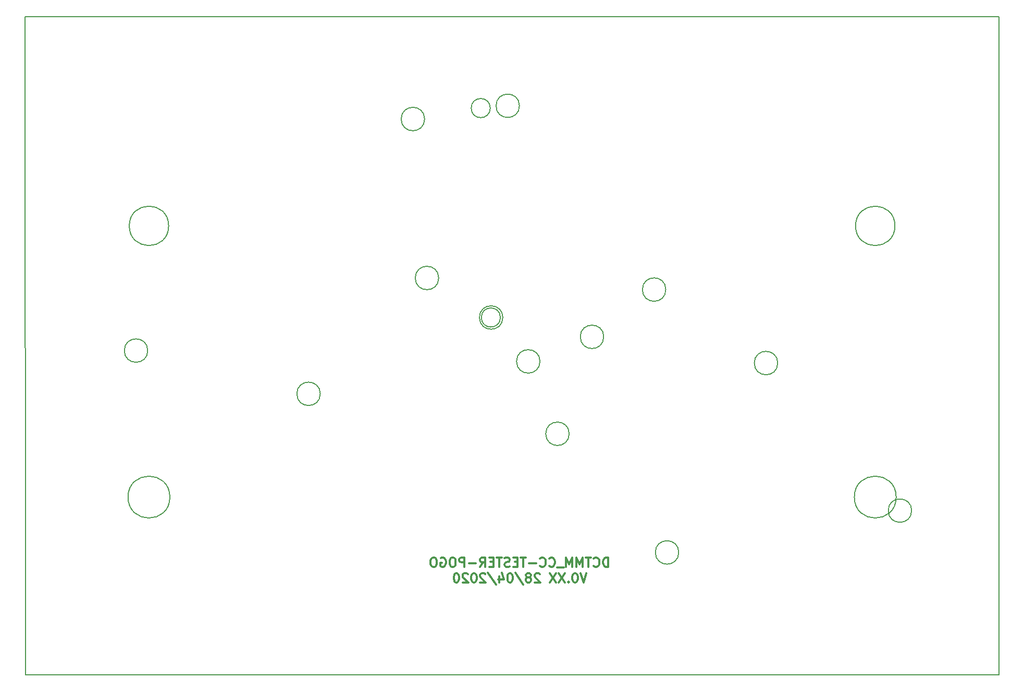
<source format=gbo>
G04 #@! TF.GenerationSoftware,KiCad,Pcbnew,(5.1.5)-3*
G04 #@! TF.CreationDate,2020-04-28T11:43:09+02:00*
G04 #@! TF.ProjectId,carecasetesterpogo,63617265-6361-4736-9574-657374657270,rev?*
G04 #@! TF.SameCoordinates,Original*
G04 #@! TF.FileFunction,Legend,Bot*
G04 #@! TF.FilePolarity,Positive*
%FSLAX46Y46*%
G04 Gerber Fmt 4.6, Leading zero omitted, Abs format (unit mm)*
G04 Created by KiCad (PCBNEW (5.1.5)-3) date 2020-04-28 11:43:09*
%MOMM*%
%LPD*%
G04 APERTURE LIST*
%ADD10C,0.150000*%
%ADD11C,0.200000*%
%ADD12C,0.300000*%
G04 APERTURE END LIST*
D10*
X157402630Y-77940000D02*
G75*
G03X157402630Y-77940000I-1902630J0D01*
G01*
X141992630Y-80090000D02*
G75*
G03X141992630Y-80090000I-1902630J0D01*
G01*
X181182630Y-107800000D02*
G75*
G03X181182630Y-107800000I-1902630J0D01*
G01*
X144282630Y-105920000D02*
G75*
G03X144282630Y-105920000I-1902630J0D01*
G01*
X154305545Y-112340000D02*
G75*
G03X154305545Y-112340000I-1547773J0D01*
G01*
X154702630Y-112340000D02*
G75*
G03X154702630Y-112340000I-1902630J0D01*
G01*
X160732630Y-119470000D02*
G75*
G03X160732630Y-119470000I-1902630J0D01*
G01*
X171092630Y-115480000D02*
G75*
G03X171092630Y-115480000I-1902630J0D01*
G01*
X199362630Y-119740000D02*
G75*
G03X199362630Y-119740000I-1902630J0D01*
G01*
X221122630Y-143720000D02*
G75*
G03X221122630Y-143720000I-1902630J0D01*
G01*
X165482630Y-131230000D02*
G75*
G03X165482630Y-131230000I-1902630J0D01*
G01*
X183282630Y-150510000D02*
G75*
G03X183282630Y-150510000I-1902630J0D01*
G01*
X125042630Y-124740000D02*
G75*
G03X125042630Y-124740000I-1902630J0D01*
G01*
X97012630Y-117710000D02*
G75*
G03X97012630Y-117710000I-1902630J0D01*
G01*
D11*
X235310000Y-63480000D02*
X235290000Y-170410000D01*
X77070000Y-63480000D02*
X235310000Y-63480000D01*
X77150000Y-170400000D02*
X77070000Y-63480000D01*
D12*
X171832857Y-152843571D02*
X171832857Y-151343571D01*
X171475714Y-151343571D01*
X171261428Y-151415000D01*
X171118571Y-151557857D01*
X171047142Y-151700714D01*
X170975714Y-151986428D01*
X170975714Y-152200714D01*
X171047142Y-152486428D01*
X171118571Y-152629285D01*
X171261428Y-152772142D01*
X171475714Y-152843571D01*
X171832857Y-152843571D01*
X169475714Y-152700714D02*
X169547142Y-152772142D01*
X169761428Y-152843571D01*
X169904285Y-152843571D01*
X170118571Y-152772142D01*
X170261428Y-152629285D01*
X170332857Y-152486428D01*
X170404285Y-152200714D01*
X170404285Y-151986428D01*
X170332857Y-151700714D01*
X170261428Y-151557857D01*
X170118571Y-151415000D01*
X169904285Y-151343571D01*
X169761428Y-151343571D01*
X169547142Y-151415000D01*
X169475714Y-151486428D01*
X169047142Y-151343571D02*
X168190000Y-151343571D01*
X168618571Y-152843571D02*
X168618571Y-151343571D01*
X167690000Y-152843571D02*
X167690000Y-151343571D01*
X167190000Y-152415000D01*
X166690000Y-151343571D01*
X166690000Y-152843571D01*
X165975714Y-152843571D02*
X165975714Y-151343571D01*
X165475714Y-152415000D01*
X164975714Y-151343571D01*
X164975714Y-152843571D01*
X164618571Y-152986428D02*
X163475714Y-152986428D01*
X162261428Y-152700714D02*
X162332857Y-152772142D01*
X162547142Y-152843571D01*
X162690000Y-152843571D01*
X162904285Y-152772142D01*
X163047142Y-152629285D01*
X163118571Y-152486428D01*
X163190000Y-152200714D01*
X163190000Y-151986428D01*
X163118571Y-151700714D01*
X163047142Y-151557857D01*
X162904285Y-151415000D01*
X162690000Y-151343571D01*
X162547142Y-151343571D01*
X162332857Y-151415000D01*
X162261428Y-151486428D01*
X160761428Y-152700714D02*
X160832857Y-152772142D01*
X161047142Y-152843571D01*
X161190000Y-152843571D01*
X161404285Y-152772142D01*
X161547142Y-152629285D01*
X161618571Y-152486428D01*
X161690000Y-152200714D01*
X161690000Y-151986428D01*
X161618571Y-151700714D01*
X161547142Y-151557857D01*
X161404285Y-151415000D01*
X161190000Y-151343571D01*
X161047142Y-151343571D01*
X160832857Y-151415000D01*
X160761428Y-151486428D01*
X160118571Y-152272142D02*
X158975714Y-152272142D01*
X158475714Y-151343571D02*
X157618571Y-151343571D01*
X158047142Y-152843571D02*
X158047142Y-151343571D01*
X157118571Y-152057857D02*
X156618571Y-152057857D01*
X156404285Y-152843571D02*
X157118571Y-152843571D01*
X157118571Y-151343571D01*
X156404285Y-151343571D01*
X155832857Y-152772142D02*
X155618571Y-152843571D01*
X155261428Y-152843571D01*
X155118571Y-152772142D01*
X155047142Y-152700714D01*
X154975714Y-152557857D01*
X154975714Y-152415000D01*
X155047142Y-152272142D01*
X155118571Y-152200714D01*
X155261428Y-152129285D01*
X155547142Y-152057857D01*
X155690000Y-151986428D01*
X155761428Y-151915000D01*
X155832857Y-151772142D01*
X155832857Y-151629285D01*
X155761428Y-151486428D01*
X155690000Y-151415000D01*
X155547142Y-151343571D01*
X155190000Y-151343571D01*
X154975714Y-151415000D01*
X154547142Y-151343571D02*
X153690000Y-151343571D01*
X154118571Y-152843571D02*
X154118571Y-151343571D01*
X153190000Y-152057857D02*
X152690000Y-152057857D01*
X152475714Y-152843571D02*
X153190000Y-152843571D01*
X153190000Y-151343571D01*
X152475714Y-151343571D01*
X150975714Y-152843571D02*
X151475714Y-152129285D01*
X151832857Y-152843571D02*
X151832857Y-151343571D01*
X151261428Y-151343571D01*
X151118571Y-151415000D01*
X151047142Y-151486428D01*
X150975714Y-151629285D01*
X150975714Y-151843571D01*
X151047142Y-151986428D01*
X151118571Y-152057857D01*
X151261428Y-152129285D01*
X151832857Y-152129285D01*
X150332857Y-152272142D02*
X149190000Y-152272142D01*
X148475714Y-152843571D02*
X148475714Y-151343571D01*
X147904285Y-151343571D01*
X147761428Y-151415000D01*
X147690000Y-151486428D01*
X147618571Y-151629285D01*
X147618571Y-151843571D01*
X147690000Y-151986428D01*
X147761428Y-152057857D01*
X147904285Y-152129285D01*
X148475714Y-152129285D01*
X146690000Y-151343571D02*
X146404285Y-151343571D01*
X146261428Y-151415000D01*
X146118571Y-151557857D01*
X146047142Y-151843571D01*
X146047142Y-152343571D01*
X146118571Y-152629285D01*
X146261428Y-152772142D01*
X146404285Y-152843571D01*
X146690000Y-152843571D01*
X146832857Y-152772142D01*
X146975714Y-152629285D01*
X147047142Y-152343571D01*
X147047142Y-151843571D01*
X146975714Y-151557857D01*
X146832857Y-151415000D01*
X146690000Y-151343571D01*
X144618571Y-151415000D02*
X144761428Y-151343571D01*
X144975714Y-151343571D01*
X145190000Y-151415000D01*
X145332857Y-151557857D01*
X145404285Y-151700714D01*
X145475714Y-151986428D01*
X145475714Y-152200714D01*
X145404285Y-152486428D01*
X145332857Y-152629285D01*
X145190000Y-152772142D01*
X144975714Y-152843571D01*
X144832857Y-152843571D01*
X144618571Y-152772142D01*
X144547142Y-152700714D01*
X144547142Y-152200714D01*
X144832857Y-152200714D01*
X143618571Y-151343571D02*
X143332857Y-151343571D01*
X143190000Y-151415000D01*
X143047142Y-151557857D01*
X142975714Y-151843571D01*
X142975714Y-152343571D01*
X143047142Y-152629285D01*
X143190000Y-152772142D01*
X143332857Y-152843571D01*
X143618571Y-152843571D01*
X143761428Y-152772142D01*
X143904285Y-152629285D01*
X143975714Y-152343571D01*
X143975714Y-151843571D01*
X143904285Y-151557857D01*
X143761428Y-151415000D01*
X143618571Y-151343571D01*
X168297142Y-153893571D02*
X167797142Y-155393571D01*
X167297142Y-153893571D01*
X166511428Y-153893571D02*
X166368571Y-153893571D01*
X166225714Y-153965000D01*
X166154285Y-154036428D01*
X166082857Y-154179285D01*
X166011428Y-154465000D01*
X166011428Y-154822142D01*
X166082857Y-155107857D01*
X166154285Y-155250714D01*
X166225714Y-155322142D01*
X166368571Y-155393571D01*
X166511428Y-155393571D01*
X166654285Y-155322142D01*
X166725714Y-155250714D01*
X166797142Y-155107857D01*
X166868571Y-154822142D01*
X166868571Y-154465000D01*
X166797142Y-154179285D01*
X166725714Y-154036428D01*
X166654285Y-153965000D01*
X166511428Y-153893571D01*
X165368571Y-155250714D02*
X165297142Y-155322142D01*
X165368571Y-155393571D01*
X165440000Y-155322142D01*
X165368571Y-155250714D01*
X165368571Y-155393571D01*
X164797142Y-153893571D02*
X163797142Y-155393571D01*
X163797142Y-153893571D02*
X164797142Y-155393571D01*
X163368571Y-153893571D02*
X162368571Y-155393571D01*
X162368571Y-153893571D02*
X163368571Y-155393571D01*
X160725714Y-154036428D02*
X160654285Y-153965000D01*
X160511428Y-153893571D01*
X160154285Y-153893571D01*
X160011428Y-153965000D01*
X159940000Y-154036428D01*
X159868571Y-154179285D01*
X159868571Y-154322142D01*
X159940000Y-154536428D01*
X160797142Y-155393571D01*
X159868571Y-155393571D01*
X159011428Y-154536428D02*
X159154285Y-154465000D01*
X159225714Y-154393571D01*
X159297142Y-154250714D01*
X159297142Y-154179285D01*
X159225714Y-154036428D01*
X159154285Y-153965000D01*
X159011428Y-153893571D01*
X158725714Y-153893571D01*
X158582857Y-153965000D01*
X158511428Y-154036428D01*
X158440000Y-154179285D01*
X158440000Y-154250714D01*
X158511428Y-154393571D01*
X158582857Y-154465000D01*
X158725714Y-154536428D01*
X159011428Y-154536428D01*
X159154285Y-154607857D01*
X159225714Y-154679285D01*
X159297142Y-154822142D01*
X159297142Y-155107857D01*
X159225714Y-155250714D01*
X159154285Y-155322142D01*
X159011428Y-155393571D01*
X158725714Y-155393571D01*
X158582857Y-155322142D01*
X158511428Y-155250714D01*
X158440000Y-155107857D01*
X158440000Y-154822142D01*
X158511428Y-154679285D01*
X158582857Y-154607857D01*
X158725714Y-154536428D01*
X156725714Y-153822142D02*
X158011428Y-155750714D01*
X155940000Y-153893571D02*
X155797142Y-153893571D01*
X155654285Y-153965000D01*
X155582857Y-154036428D01*
X155511428Y-154179285D01*
X155440000Y-154465000D01*
X155440000Y-154822142D01*
X155511428Y-155107857D01*
X155582857Y-155250714D01*
X155654285Y-155322142D01*
X155797142Y-155393571D01*
X155940000Y-155393571D01*
X156082857Y-155322142D01*
X156154285Y-155250714D01*
X156225714Y-155107857D01*
X156297142Y-154822142D01*
X156297142Y-154465000D01*
X156225714Y-154179285D01*
X156154285Y-154036428D01*
X156082857Y-153965000D01*
X155940000Y-153893571D01*
X154154285Y-154393571D02*
X154154285Y-155393571D01*
X154511428Y-153822142D02*
X154868571Y-154893571D01*
X153940000Y-154893571D01*
X152297142Y-153822142D02*
X153582857Y-155750714D01*
X151868571Y-154036428D02*
X151797142Y-153965000D01*
X151654285Y-153893571D01*
X151297142Y-153893571D01*
X151154285Y-153965000D01*
X151082857Y-154036428D01*
X151011428Y-154179285D01*
X151011428Y-154322142D01*
X151082857Y-154536428D01*
X151940000Y-155393571D01*
X151011428Y-155393571D01*
X150082857Y-153893571D02*
X149940000Y-153893571D01*
X149797142Y-153965000D01*
X149725714Y-154036428D01*
X149654285Y-154179285D01*
X149582857Y-154465000D01*
X149582857Y-154822142D01*
X149654285Y-155107857D01*
X149725714Y-155250714D01*
X149797142Y-155322142D01*
X149940000Y-155393571D01*
X150082857Y-155393571D01*
X150225714Y-155322142D01*
X150297142Y-155250714D01*
X150368571Y-155107857D01*
X150440000Y-154822142D01*
X150440000Y-154465000D01*
X150368571Y-154179285D01*
X150297142Y-154036428D01*
X150225714Y-153965000D01*
X150082857Y-153893571D01*
X149011428Y-154036428D02*
X148940000Y-153965000D01*
X148797142Y-153893571D01*
X148440000Y-153893571D01*
X148297142Y-153965000D01*
X148225714Y-154036428D01*
X148154285Y-154179285D01*
X148154285Y-154322142D01*
X148225714Y-154536428D01*
X149082857Y-155393571D01*
X148154285Y-155393571D01*
X147225714Y-153893571D02*
X147082857Y-153893571D01*
X146940000Y-153965000D01*
X146868571Y-154036428D01*
X146797142Y-154179285D01*
X146725714Y-154465000D01*
X146725714Y-154822142D01*
X146797142Y-155107857D01*
X146868571Y-155250714D01*
X146940000Y-155322142D01*
X147082857Y-155393571D01*
X147225714Y-155393571D01*
X147368571Y-155322142D01*
X147440000Y-155250714D01*
X147511428Y-155107857D01*
X147582857Y-154822142D01*
X147582857Y-154465000D01*
X147511428Y-154179285D01*
X147440000Y-154036428D01*
X147368571Y-153965000D01*
X147225714Y-153893571D01*
D11*
X77150000Y-170400000D02*
X235290000Y-170410000D01*
X152660000Y-78311679D02*
G75*
G03X152660000Y-78311679I-1550000J0D01*
G01*
X100610000Y-141520000D02*
G75*
G03X100610000Y-141520000I-3400000J0D01*
G01*
X218610000Y-141520000D02*
G75*
G03X218610000Y-141520000I-3400000J0D01*
G01*
X218410000Y-97450000D02*
G75*
G03X218410000Y-97450000I-3200000J0D01*
G01*
X100410000Y-97450000D02*
G75*
G03X100410000Y-97450000I-3200000J0D01*
G01*
M02*

</source>
